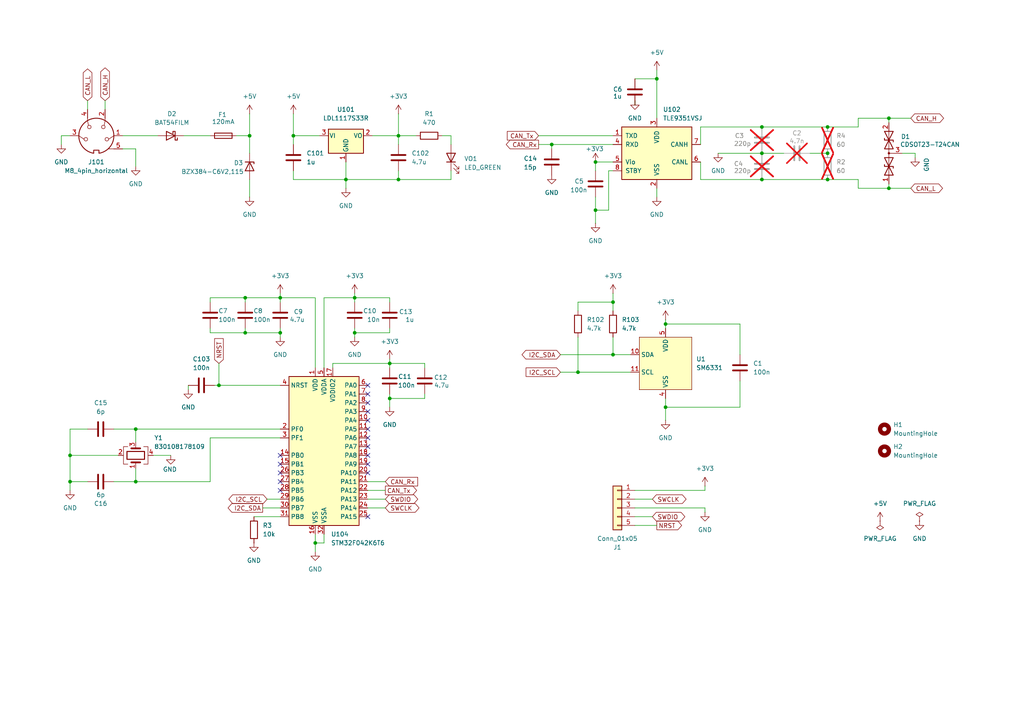
<source format=kicad_sch>
(kicad_sch (version 20231120) (generator "eeschema") (generator_version "8.0")
  (paper "A4")
  (lib_symbols
    (symbol "ASS_parts:SM6331"
      (property "Reference" "U" (at 0 1.27 0))
      (property "Value" "SM6331" (at 0 -1.27 0))
      (symbol "SM6331_0_0"
        (pin no_connect line (at 10.16 0 180) (length 2.54) hide (name "") (number "1"))
        (pin bidirectional line (at -10.16 2.54 0) (length 2.54) (name "SDA") (number "10"))
        (pin input line (at -10.16 -2.54 0) (length 2.54) (name "SCL") (number "11"))
        (pin no_connect line (at 10.16 0 180) (length 2.54) hide (name "") (number "12"))
        (pin no_connect line (at 10.16 0 180) (length 2.54) hide (name "") (number "13"))
        (pin no_connect line (at 10.16 0 180) (length 2.54) hide (name "") (number "14"))
        (pin no_connect line (at 10.16 0 180) (length 2.54) hide (name "") (number "15"))
        (pin no_connect line (at 10.16 0 180) (length 2.54) hide (name "") (number "16"))
        (pin no_connect line (at 10.16 0 180) (length 2.54) hide (name "") (number "2"))
        (pin no_connect line (at 10.16 0 180) (length 2.54) hide (name "") (number "3"))
        (pin power_in line (at 0 -10.16 90) (length 2.54) (name "VSS") (number "4"))
        (pin power_in line (at 0 10.16 270) (length 2.54) (name "VDD") (number "5"))
        (pin no_connect line (at 10.16 0 180) (length 2.54) hide (name "") (number "6"))
        (pin no_connect line (at 10.16 0 180) (length 2.54) hide (name "") (number "7"))
        (pin no_connect line (at 10.16 0 180) (length 2.54) hide (name "") (number "8"))
        (pin no_connect line (at 10.16 0 180) (length 2.54) hide (name "") (number "9"))
      )
      (symbol "SM6331_0_1"
        (rectangle (start -7.62 7.62) (end 7.62 -7.62) (fill (type background)))
      )
    )
    (symbol "Connector_Generic:Conn_01x05" (pin_names (offset 1.016) hide)
      (property "Reference" "J" (at 0 7.62 0))
      (property "Value" "Conn_01x05" (at 0 -7.62 0))
      (symbol "Conn_01x05_1_1"
        (rectangle (start -1.27 -4.953) (end 0 -5.207) (stroke (width 0.1524)))
        (rectangle (start -1.27 -2.413) (end 0 -2.667) (stroke (width 0.1524)))
        (rectangle (start -1.27 0.127) (end 0 -0.127) (stroke (width 0.1524)))
        (rectangle (start -1.27 2.667) (end 0 2.413) (stroke (width 0.1524)))
        (rectangle (start -1.27 5.207) (end 0 4.953) (stroke (width 0.1524)))
        (rectangle (start -1.27 6.35) (end 1.27 -6.35) (stroke (width 0.254)) (fill (type background)))
        (pin passive line (at -5.08 5.08 0) (length 3.81) (name "Pin_1") (number "1"))
        (pin passive line (at -5.08 2.54 0) (length 3.81) (name "Pin_2") (number "2"))
        (pin passive line (at -5.08 0 0) (length 3.81) (name "Pin_3") (number "3"))
        (pin passive line (at -5.08 -2.54 0) (length 3.81) (name "Pin_4") (number "4"))
        (pin passive line (at -5.08 -5.08 0) (length 3.81) (name "Pin_5") (number "5"))
      )
    )
    (symbol "Device:C" (pin_numbers hide) (pin_names (offset 0.254))
      (property "Reference" "C" (at 0.635 2.54 0))
      (property "Value" "C" (at 0.635 -2.54 0))
      (symbol "C_0_1"
        (polyline (pts (xy -2.032 -0.762) (xy 2.032 -0.762)) (stroke (width 0.508)))
        (polyline (pts (xy -2.032 0.762) (xy 2.032 0.762)) (stroke (width 0.508)))
      )
      (symbol "C_1_1"
        (pin passive line (at 0 3.81 270) (length 2.794) (name "~") (number "1"))
        (pin passive line (at 0 -3.81 90) (length 2.794) (name "~") (number "2"))
      )
    )
    (symbol "Device:D_Schottky" (pin_numbers hide) (pin_names (offset 1.016) hide)
      (property "Reference" "D" (at 0 2.54 0))
      (property "Value" "D_Schottky" (at 0 -2.54 0))
      (symbol "D_Schottky_0_1"
        (polyline (pts (xy 1.27 0) (xy -1.27 0)))
        (polyline (pts (xy 1.27 1.27) (xy 1.27 -1.27) (xy -1.27 0) (xy 1.27 1.27)) (stroke (width 0.254)))
        (polyline (pts (xy -1.905 0.635) (xy -1.905 1.27) (xy -1.27 1.27) (xy -1.27 -1.27) (xy -0.635 -1.27) (xy -0.635 -0.635)) (stroke (width 0.254)))
      )
      (symbol "D_Schottky_1_1"
        (pin passive line (at -3.81 0 0) (length 2.54) (name "K") (number "1"))
        (pin passive line (at 3.81 0 180) (length 2.54) (name "A") (number "2"))
      )
    )
    (symbol "Device:D_TVS_Dual_AAC" (pin_names (offset 1.016) hide)
      (property "Reference" "D" (at 0 4.445 0))
      (property "Value" "D_TVS_Dual_AAC" (at 0 2.54 0))
      (symbol "D_TVS_Dual_AAC_0_0"
        (polyline (pts (xy 0 -1.27) (xy 0 0)))
      )
      (symbol "D_TVS_Dual_AAC_0_1"
        (polyline (pts (xy -6.35 0) (xy 6.35 0)))
        (polyline (pts (xy -3.302 1.27) (xy -3.81 1.27) (xy -3.81 -1.27) (xy -4.318 -1.27)) (stroke (width 0.254)))
        (polyline (pts (xy 4.318 1.27) (xy 3.81 1.27) (xy 3.81 -1.27) (xy 3.302 -1.27)) (stroke (width 0.254)))
        (polyline (pts (xy -6.35 1.27) (xy -1.27 -1.27) (xy -1.27 1.27) (xy -6.35 -1.27) (xy -6.35 1.27)) (stroke (width 0.254)))
        (polyline (pts (xy 6.35 1.27) (xy 1.27 -1.27) (xy 1.27 1.27) (xy 6.35 -1.27) (xy 6.35 1.27)) (stroke (width 0.254)))
        (circle (center 0 0) (radius 0.254) (fill (type outline)))
      )
      (symbol "D_TVS_Dual_AAC_1_1"
        (pin passive line (at -8.89 0 0) (length 2.54) (name "A1") (number "1"))
        (pin passive line (at 8.89 0 180) (length 2.54) (name "A2") (number "2"))
        (pin passive line (at 0 -3.81 90) (length 2.54) (name "common") (number "3"))
      )
    )
    (symbol "Device:D_Zener" (pin_numbers hide) (pin_names (offset 1.016) hide)
      (property "Reference" "D" (at 0 2.54 0))
      (property "Value" "D_Zener" (at 0 -2.54 0))
      (symbol "D_Zener_0_1"
        (polyline (pts (xy 1.27 0) (xy -1.27 0)))
        (polyline (pts (xy -1.27 -1.27) (xy -1.27 1.27) (xy -0.762 1.27)) (stroke (width 0.254)))
        (polyline (pts (xy 1.27 -1.27) (xy 1.27 1.27) (xy -1.27 0) (xy 1.27 -1.27)) (stroke (width 0.254)))
      )
      (symbol "D_Zener_1_1"
        (pin passive line (at -3.81 0 0) (length 2.54) (name "K") (number "1"))
        (pin passive line (at 3.81 0 180) (length 2.54) (name "A") (number "2"))
      )
    )
    (symbol "Device:Fuse" (pin_numbers hide) (pin_names (offset 0))
      (property "Reference" "F" (at 2.032 0 90))
      (property "Value" "Fuse" (at -1.905 0 90))
      (symbol "Fuse_0_1"
        (rectangle (start -0.762 -2.54) (end 0.762 2.54) (stroke (width 0.254)))
        (polyline (pts (xy 0 2.54) (xy 0 -2.54)))
      )
      (symbol "Fuse_1_1"
        (pin passive line (at 0 3.81 270) (length 1.27) (name "~") (number "1"))
        (pin passive line (at 0 -3.81 90) (length 1.27) (name "~") (number "2"))
      )
    )
    (symbol "Device:LED" (pin_numbers hide) (pin_names (offset 1.016) hide)
      (property "Reference" "D" (at 0 2.54 0))
      (property "Value" "LED" (at 0 -2.54 0))
      (symbol "LED_0_1"
        (polyline (pts (xy -1.27 -1.27) (xy -1.27 1.27)) (stroke (width 0.254)))
        (polyline (pts (xy -1.27 0) (xy 1.27 0)))
        (polyline (pts (xy 1.27 -1.27) (xy 1.27 1.27) (xy -1.27 0) (xy 1.27 -1.27)) (stroke (width 0.254)))
        (polyline (pts (xy -3.048 -0.762) (xy -4.572 -2.286) (xy -3.81 -2.286) (xy -4.572 -2.286) (xy -4.572 -1.524)))
        (polyline (pts (xy -1.778 -0.762) (xy -3.302 -2.286) (xy -2.54 -2.286) (xy -3.302 -2.286) (xy -3.302 -1.524)))
      )
      (symbol "LED_1_1"
        (pin passive line (at -3.81 0 0) (length 2.54) (name "K") (number "1"))
        (pin passive line (at 3.81 0 180) (length 2.54) (name "A") (number "2"))
      )
    )
    (symbol "Device:R" (pin_numbers hide) (pin_names (offset 0))
      (property "Reference" "R" (at 2.032 0 90))
      (property "Value" "R" (at 0 0 90))
      (symbol "R_0_1"
        (rectangle (start -1.016 -2.54) (end 1.016 2.54) (stroke (width 0.254)))
      )
      (symbol "R_1_1"
        (pin passive line (at 0 3.81 270) (length 1.27) (name "~") (number "1"))
        (pin passive line (at 0 -3.81 90) (length 1.27) (name "~") (number "2"))
      )
    )
    (symbol "FaSTTUBe_Crystals:830108178109" (pin_names (offset 1.016) hide)
      (property "Reference" "Y" (at 3.175 5.08 0))
      (property "Value" "830108178109" (at 3.175 3.175 0))
      (symbol "830108178109_0_1"
        (rectangle (start -1.143 2.54) (end 1.143 -2.54) (stroke (width 0.3048)))
        (polyline (pts (xy -2.54 0) (xy -2.032 0)))
        (polyline (pts (xy -2.032 -1.27) (xy -2.032 1.27)) (stroke (width 0.508)))
        (polyline (pts (xy 0 -3.81) (xy 0 -3.556)))
        (polyline (pts (xy 0 3.556) (xy 0 3.81)))
        (polyline (pts (xy 2.032 -1.27) (xy 2.032 1.27)) (stroke (width 0.508)))
        (polyline (pts (xy 2.032 0) (xy 2.54 0)))
        (polyline (pts (xy -2.54 -2.286) (xy -2.54 -3.556) (xy 2.54 -3.556) (xy 2.54 -2.286)))
        (polyline (pts (xy -2.54 2.286) (xy -2.54 3.556) (xy 2.54 3.556) (xy 2.54 2.286)))
      )
      (symbol "830108178109_1_1"
        (pin passive line (at -3.81 0 0) (length 1.27) (name "1") (number "1"))
        (pin passive line (at 0 5.08 270) (length 1.27) (name "2") (number "2"))
        (pin passive line (at 3.81 0 180) (length 1.27) (name "3") (number "3"))
        (pin passive line (at 0 -5.08 90) (length 1.27) (name "4") (number "4"))
      )
    )
    (symbol "FaSTTUBe_Transceivers:TLE9351VSJ" (pin_names (offset 1.016))
      (property "Reference" "U" (at -10.16 8.89 0))
      (property "Value" "TLE9351VSJ" (at 2.54 8.89 0))
      (symbol "TLE9351VSJ_0_1"
        (rectangle (start -10.16 7.62) (end 10.16 -7.62) (stroke (width 0.254)) (fill (type background)))
      )
      (symbol "TLE9351VSJ_1_1"
        (pin input line (at -12.7 5.08 0) (length 2.54) (name "TXD") (number "1"))
        (pin power_in line (at 0 -10.16 90) (length 2.54) (name "VSS") (number "2"))
        (pin power_in line (at 0 10.16 270) (length 2.54) (name "VDD") (number "3"))
        (pin output line (at -12.7 2.54 0) (length 2.54) (name "RXD") (number "4"))
        (pin power_in line (at -12.7 -2.54 0) (length 2.54) (name "Vio") (number "5"))
        (pin bidirectional line (at 12.7 -2.54 180) (length 2.54) (name "CANL") (number "6"))
        (pin bidirectional line (at 12.7 2.54 180) (length 2.54) (name "CANH") (number "7"))
        (pin input line (at -12.7 -5.08 0) (length 2.54) (name "STBY") (number "8"))
      )
    )
    (symbol "FaSTTUBe_connectors:M8_4pin_horizontal" (pin_names (offset 1.016))
      (property "Reference" "J" (at 5.334 5.08 0))
      (property "Value" "M8_4pin_horizontal" (at 0 -6.35 0))
      (symbol "M8_4pin_horizontal_0_1"
        (arc (start -5.08 0) (mid -3.8597 -3.3379) (end -0.762 -5.08) (stroke (width 0.254)))
        (circle (center -3.048 -1.016) (radius 0.508))
        (circle (center -2.032 2.54) (radius 0.508))
        (polyline (pts (xy -3.556 -1.016) (xy -5.08 0)))
        (polyline (pts (xy 3.81 -3.81) (xy 3.556 -3.81)))
        (polyline (pts (xy 5.08 -3.81) (xy 3.81 -3.81)))
        (polyline (pts (xy 5.08 0) (xy 3.556 -1.016)))
        (polyline (pts (xy -2.54 5.08) (xy -2.54 4.318) (xy -2.286 3.048)))
        (polyline (pts (xy 2.54 5.08) (xy 2.54 4.318) (xy 2.286 3.048)))
        (polyline (pts (xy -0.762 -4.953) (xy -0.762 -4.191) (xy 0.762 -4.191) (xy 0.762 -4.953)) (stroke (width 0.254)))
        (arc (start 0.762 -5.08) (mid 3.8673 -3.3444) (end 5.08 0) (stroke (width 0.254)))
        (circle (center 2.032 2.54) (radius 0.508))
        (circle (center 3.048 -1.016) (radius 0.508))
        (arc (start 5.08 0) (mid 0 5.0579) (end -5.08 0) (stroke (width 0.254)))
      )
      (symbol "M8_4pin_horizontal_1_1"
        (pin passive line (at 7.62 0 180) (length 2.54) (name "~") (number "1"))
        (pin passive line (at 2.54 7.62 270) (length 2.54) (name "~") (number "2"))
        (pin passive line (at -7.62 0 0) (length 2.54) (name "~") (number "3"))
        (pin passive line (at -2.54 7.62 270) (length 2.54) (name "~") (number "4"))
        (pin passive line (at 7.62 -3.81 180) (length 2.54) (name "~") (number "5"))
      )
    )
    (symbol "GND_1" (power) (pin_numbers hide) (pin_names (offset 0) hide)
      (property "Value" "GND" (at 0 -3.81 0))
      (symbol "GND_1_0_1"
        (polyline (pts (xy 0 0) (xy 0 -1.27) (xy 1.27 -1.27) (xy 0 -2.54) (xy -1.27 -1.27) (xy 0 -1.27)))
      )
      (symbol "GND_1_1_1"
        (pin power_in line (at 0 0 270) (length 0) (name "~") (number "1"))
      )
    )
    (symbol "MCU_ST_STM32F0:STM32F042K6Tx"
      (property "Reference" "U" (at -10.16 21.59 0))
      (property "Value" "STM32F042K6Tx" (at 5.08 21.59 0))
      (symbol "STM32F042K6Tx_0_1"
        (rectangle (start -10.16 -22.86) (end 10.16 20.32) (stroke (width 0.254)) (fill (type background)))
      )
      (symbol "STM32F042K6Tx_1_1"
        (pin power_in line (at -2.54 22.86 270) (length 2.54) (name "VDD") (number "1"))
        (pin bidirectional line (at 12.7 7.62 180) (length 2.54) (name "PA4") (number "10"))
        (pin bidirectional line (at 12.7 5.08 180) (length 2.54) (name "PA5") (number "11"))
        (pin bidirectional line (at 12.7 2.54 180) (length 2.54) (name "PA6") (number "12"))
        (pin bidirectional line (at 12.7 0 180) (length 2.54) (name "PA7") (number "13"))
        (pin bidirectional line (at -12.7 -2.54 0) (length 2.54) (name "PB0") (number "14"))
        (pin bidirectional line (at -12.7 -5.08 0) (length 2.54) (name "PB1") (number "15"))
        (pin power_in line (at -2.54 -25.4 90) (length 2.54) (name "VSS") (number "16"))
        (pin power_in line (at 2.54 22.86 270) (length 2.54) (name "VDDIO2") (number "17"))
        (pin bidirectional line (at 12.7 -2.54 180) (length 2.54) (name "PA8") (number "18"))
        (pin bidirectional line (at 12.7 -5.08 180) (length 2.54) (name "PA9") (number "19"))
        (pin input line (at -12.7 5.08 0) (length 2.54) (name "PF0") (number "2"))
        (pin bidirectional line (at 12.7 -7.62 180) (length 2.54) (name "PA10") (number "20"))
        (pin bidirectional line (at 12.7 -10.16 180) (length 2.54) (name "PA11") (number "21"))
        (pin bidirectional line (at 12.7 -12.7 180) (length 2.54) (name "PA12") (number "22"))
        (pin bidirectional line (at 12.7 -15.24 180) (length 2.54) (name "PA13") (number "23"))
        (pin bidirectional line (at 12.7 -17.78 180) (length 2.54) (name "PA14") (number "24"))
        (pin bidirectional line (at 12.7 -20.32 180) (length 2.54) (name "PA15") (number "25"))
        (pin bidirectional line (at -12.7 -7.62 0) (length 2.54) (name "PB3") (number "26"))
        (pin bidirectional line (at -12.7 -10.16 0) (length 2.54) (name "PB4") (number "27"))
        (pin bidirectional line (at -12.7 -12.7 0) (length 2.54) (name "PB5") (number "28"))
        (pin bidirectional line (at -12.7 -15.24 0) (length 2.54) (name "PB6") (number "29"))
        (pin input line (at -12.7 2.54 0) (length 2.54) (name "PF1") (number "3"))
        (pin bidirectional line (at -12.7 -17.78 0) (length 2.54) (name "PB7") (number "30"))
        (pin bidirectional line (at -12.7 -20.32 0) (length 2.54) (name "PB8") (number "31"))
        (pin power_in line (at 0 -25.4 90) (length 2.54) (name "VSSA") (number "32"))
        (pin input line (at -12.7 17.78 0) (length 2.54) (name "NRST") (number "4"))
        (pin power_in line (at 0 22.86 270) (length 2.54) (name "VDDA") (number "5"))
        (pin bidirectional line (at 12.7 17.78 180) (length 2.54) (name "PA0") (number "6"))
        (pin bidirectional line (at 12.7 15.24 180) (length 2.54) (name "PA1") (number "7"))
        (pin bidirectional line (at 12.7 12.7 180) (length 2.54) (name "PA2") (number "8"))
        (pin bidirectional line (at 12.7 10.16 180) (length 2.54) (name "PA3") (number "9"))
      )
    )
    (symbol "Mechanical:MountingHole" (pin_names (offset 1.016)) (exclude_from_sim yes) (in_bom no)
      (property "Reference" "H" (at 0 5.08 0))
      (property "Value" "MountingHole" (at 0 3.175 0))
      (symbol "MountingHole_0_1"
        (circle (center 0 0) (radius 1.27) (stroke (width 1.27)))
      )
    )
    (symbol "Regulator_Linear:AP1117-33" (pin_names (offset 0.254))
      (property "Reference" "U" (at -3.81 3.175 0))
      (property "Value" "AP1117-33" (at 0 3.175 0))
      (symbol "AP1117-33_0_1"
        (rectangle (start -5.08 -5.08) (end 5.08 1.905) (stroke (width 0.254)) (fill (type background)))
      )
      (symbol "AP1117-33_1_1"
        (pin power_in line (at 0 -7.62 90) (length 2.54) (name "GND") (number "1"))
        (pin power_out line (at 7.62 0 180) (length 2.54) (name "VO") (number "2"))
        (pin power_in line (at -7.62 0 0) (length 2.54) (name "VI") (number "3"))
      )
    )
    (symbol "power:+3V3" (power) (pin_numbers hide) (pin_names (offset 0) hide)
      (property "Value" "+3V3" (at 0 3.556 0))
      (symbol "+3V3_0_1"
        (polyline (pts (xy -0.762 1.27) (xy 0 2.54)))
        (polyline (pts (xy 0 0) (xy 0 2.54)))
        (polyline (pts (xy 0 2.54) (xy 0.762 1.27)))
      )
      (symbol "+3V3_1_1"
        (pin power_in line (at 0 0 90) (length 0) (name "~") (number "1"))
      )
    )
    (symbol "power:+5V" (power) (pin_numbers hide) (pin_names (offset 0) hide)
      (property "Value" "+5V" (at 0 3.556 0))
      (symbol "+5V_0_1"
        (polyline (pts (xy -0.762 1.27) (xy 0 2.54)))
        (polyline (pts (xy 0 0) (xy 0 2.54)))
        (polyline (pts (xy 0 2.54) (xy 0.762 1.27)))
      )
      (symbol "+5V_1_1"
        (pin power_in line (at 0 0 90) (length 0) (name "~") (number "1"))
      )
    )
    (symbol "power:GND" (power) (pin_names (offset 0))
      (property "Value" "GND" (at 0 -3.81 0))
      (symbol "GND_0_1"
        (polyline (pts (xy 0 0) (xy 0 -1.27) (xy 1.27 -1.27) (xy 0 -2.54) (xy -1.27 -1.27) (xy 0 -1.27)))
      )
      (symbol "GND_1_1"
        (pin power_in line (at 0 0 270) (length 0) hide (name "GND") (number "1"))
      )
    )
    (symbol "power:PWR_FLAG" (power) (pin_numbers hide) (pin_names (offset 0) hide)
      (property "Value" "PWR_FLAG" (at 0 3.81 0))
      (symbol "PWR_FLAG_0_0"
        (pin power_out line (at 0 0 90) (length 0) (name "~") (number "1"))
      )
      (symbol "PWR_FLAG_0_1"
        (polyline (pts (xy 0 0) (xy 0 1.27) (xy -1.016 1.905) (xy 0 2.54) (xy 1.016 1.905) (xy 0 1.27)))
      )
    )
  )
  (junction (at 115.57 52.07))
  (junction (at 240.03 44.45))
  (junction (at 220.98 36.83))
  (junction (at 257.81 54.61))
  (junction (at 167.64 107.95))
  (junction (at 113.03 115.57))
  (junction (at 102.87 86.36))
  (junction (at 20.32 139.7))
  (junction (at 71.12 86.36))
  (junction (at 172.72 46.99))
  (junction (at 257.81 34.29))
  (junction (at 177.8 87.63))
  (junction (at 81.28 86.36))
  (junction (at 71.12 96.52))
  (junction (at 63.5 111.76))
  (junction (at 102.87 96.52))
  (junction (at 172.72 60.96))
  (junction (at 85.09 39.37))
  (junction (at 160.02 41.91))
  (junction (at 115.57 39.37))
  (junction (at 113.03 105.41))
  (junction (at 193.04 118.11))
  (junction (at 20.32 132.08))
  (junction (at 72.39 39.37))
  (junction (at 39.37 139.7))
  (junction (at 81.28 96.52))
  (junction (at 240.03 52.07))
  (junction (at 100.33 52.07))
  (junction (at 193.04 93.98))
  (junction (at 177.8 102.87))
  (junction (at 190.5 22.86))
  (junction (at 220.98 52.07))
  (junction (at 220.98 44.45))
  (junction (at 91.44 157.48))
  (junction (at 39.37 124.46))
  (junction (at 240.03 36.83))
  (no_connect (at 106.68 132.08))
  (no_connect (at 106.68 149.86))
  (no_connect (at 106.68 134.62))
  (no_connect (at 106.68 137.16))
  (no_connect (at 106.68 111.76))
  (no_connect (at 106.68 114.3))
  (no_connect (at 106.68 116.84))
  (no_connect (at 106.68 119.38))
  (no_connect (at 106.68 121.92))
  (no_connect (at 106.68 124.46))
  (no_connect (at 106.68 127))
  (no_connect (at 106.68 129.54))
  (no_connect (at 81.28 132.08))
  (no_connect (at 81.28 134.62))
  (no_connect (at 81.28 137.16))
  (no_connect (at 81.28 139.7))
  (no_connect (at 81.28 142.24))
  (wire (pts (xy 107.95 39.37) (xy 115.57 39.37)))
  (wire (pts (xy 167.64 90.17) (xy 167.64 87.63)))
  (wire (pts (xy 102.87 86.36) (xy 113.03 86.36)))
  (wire (pts (xy 33.02 124.46) (xy 39.37 124.46)))
  (wire (pts (xy 100.33 52.07) (xy 115.57 52.07)))
  (wire (pts (xy 96.52 105.41) (xy 96.52 106.68)))
  (wire (pts (xy 72.39 39.37) (xy 72.39 44.45)))
  (wire (pts (xy 184.15 22.86) (xy 190.5 22.86)))
  (wire (pts (xy 106.68 144.78) (xy 111.76 144.78)))
  (wire (pts (xy 203.2 36.83) (xy 203.2 41.91)))
  (wire (pts (xy 60.96 86.36) (xy 71.12 86.36)))
  (wire (pts (xy 102.87 85.09) (xy 102.87 86.36)))
  (wire (pts (xy 39.37 124.46) (xy 39.37 128.27)))
  (wire (pts (xy 172.72 46.99) (xy 177.8 46.99)))
  (wire (pts (xy 162.56 107.95) (xy 167.64 107.95)))
  (wire (pts (xy 257.81 53.34) (xy 257.81 54.61)))
  (wire (pts (xy 25.4 29.21) (xy 25.4 31.75)))
  (wire (pts (xy 208.28 44.45) (xy 220.98 44.45)))
  (wire (pts (xy 33.02 139.7) (xy 39.37 139.7)))
  (wire (pts (xy 76.2 147.32) (xy 81.28 147.32)))
  (wire (pts (xy 106.68 142.24) (xy 111.76 142.24)))
  (wire (pts (xy 20.32 132.08) (xy 34.29 132.08)))
  (wire (pts (xy 91.44 157.48) (xy 91.44 160.02)))
  (wire (pts (xy 257.81 34.29) (xy 264.16 34.29)))
  (wire (pts (xy 35.56 39.37) (xy 45.72 39.37)))
  (wire (pts (xy 265.43 45.72) (xy 265.43 44.45)))
  (wire (pts (xy 167.64 87.63) (xy 177.8 87.63)))
  (wire (pts (xy 123.19 105.41) (xy 123.19 106.68)))
  (wire (pts (xy 265.43 44.45) (xy 261.62 44.45)))
  (wire (pts (xy 81.28 86.36) (xy 91.44 86.36)))
  (wire (pts (xy 204.47 147.32) (xy 204.47 148.59)))
  (wire (pts (xy 71.12 86.36) (xy 71.12 87.63)))
  (wire (pts (xy 102.87 97.79) (xy 102.87 96.52)))
  (wire (pts (xy 81.28 86.36) (xy 81.28 87.63)))
  (wire (pts (xy 102.87 86.36) (xy 102.87 87.63)))
  (wire (pts (xy 240.03 36.83) (xy 248.92 36.83)))
  (wire (pts (xy 91.44 86.36) (xy 91.44 106.68)))
  (wire (pts (xy 128.27 39.37) (xy 130.81 39.37)))
  (wire (pts (xy 85.09 52.07) (xy 100.33 52.07)))
  (wire (pts (xy 184.15 149.86) (xy 189.23 149.86)))
  (wire (pts (xy 39.37 124.46) (xy 81.28 124.46)))
  (wire (pts (xy 60.96 127) (xy 60.96 139.7)))
  (wire (pts (xy 172.72 49.53) (xy 172.72 46.99)))
  (wire (pts (xy 85.09 49.53) (xy 85.09 52.07)))
  (wire (pts (xy 248.92 34.29) (xy 257.81 34.29)))
  (wire (pts (xy 113.03 96.52) (xy 113.03 95.25)))
  (wire (pts (xy 25.4 124.46) (xy 20.32 124.46)))
  (wire (pts (xy 234.95 44.45) (xy 240.03 44.45)))
  (wire (pts (xy 203.2 36.83) (xy 220.98 36.83)))
  (wire (pts (xy 85.09 39.37) (xy 85.09 41.91)))
  (wire (pts (xy 115.57 52.07) (xy 130.81 52.07)))
  (wire (pts (xy 184.15 147.32) (xy 204.47 147.32)))
  (wire (pts (xy 123.19 115.57) (xy 123.19 114.3)))
  (wire (pts (xy 220.98 52.07) (xy 240.03 52.07)))
  (wire (pts (xy 177.8 87.63) (xy 177.8 90.17)))
  (wire (pts (xy 20.32 132.08) (xy 20.32 139.7)))
  (wire (pts (xy 77.47 144.78) (xy 81.28 144.78)))
  (wire (pts (xy 113.03 105.41) (xy 113.03 106.68)))
  (wire (pts (xy 184.15 142.24) (xy 204.47 142.24)))
  (wire (pts (xy 106.68 147.32) (xy 111.76 147.32)))
  (wire (pts (xy 115.57 39.37) (xy 120.65 39.37)))
  (wire (pts (xy 184.15 152.4) (xy 190.5 152.4)))
  (wire (pts (xy 91.44 154.94) (xy 91.44 157.48)))
  (wire (pts (xy 193.04 92.71) (xy 193.04 93.98)))
  (wire (pts (xy 130.81 52.07) (xy 130.81 49.53)))
  (wire (pts (xy 72.39 57.15) (xy 72.39 52.07)))
  (wire (pts (xy 115.57 52.07) (xy 115.57 49.53)))
  (wire (pts (xy 176.53 49.53) (xy 176.53 60.96)))
  (wire (pts (xy 73.66 149.86) (xy 81.28 149.86)))
  (wire (pts (xy 172.72 60.96) (xy 176.53 60.96)))
  (wire (pts (xy 248.92 54.61) (xy 248.92 52.07)))
  (wire (pts (xy 60.96 96.52) (xy 71.12 96.52)))
  (wire (pts (xy 39.37 139.7) (xy 60.96 139.7)))
  (wire (pts (xy 257.81 34.29) (xy 257.81 35.56)))
  (wire (pts (xy 184.15 29.21) (xy 184.15 30.48)))
  (wire (pts (xy 177.8 97.79) (xy 177.8 102.87)))
  (wire (pts (xy 113.03 115.57) (xy 113.03 114.3)))
  (wire (pts (xy 160.02 43.18) (xy 160.02 41.91)))
  (wire (pts (xy 156.21 41.91) (xy 160.02 41.91)))
  (wire (pts (xy 91.44 157.48) (xy 93.98 157.48)))
  (wire (pts (xy 214.63 93.98) (xy 193.04 93.98)))
  (wire (pts (xy 240.03 52.07) (xy 248.92 52.07)))
  (wire (pts (xy 203.2 46.99) (xy 203.2 52.07)))
  (wire (pts (xy 190.5 54.61) (xy 190.5 57.15)))
  (wire (pts (xy 214.63 93.98) (xy 214.63 102.87)))
  (wire (pts (xy 60.96 86.36) (xy 60.96 87.63)))
  (wire (pts (xy 190.5 20.32) (xy 190.5 22.86)))
  (wire (pts (xy 30.48 29.21) (xy 30.48 31.75)))
  (wire (pts (xy 85.09 39.37) (xy 92.71 39.37)))
  (wire (pts (xy 193.04 118.11) (xy 214.63 118.11)))
  (wire (pts (xy 60.96 96.52) (xy 60.96 95.25)))
  (wire (pts (xy 20.32 139.7) (xy 20.32 142.24)))
  (wire (pts (xy 113.03 118.11) (xy 113.03 115.57)))
  (wire (pts (xy 162.56 102.87) (xy 177.8 102.87)))
  (wire (pts (xy 20.32 124.46) (xy 20.32 132.08)))
  (wire (pts (xy 68.58 39.37) (xy 72.39 39.37)))
  (wire (pts (xy 130.81 39.37) (xy 130.81 41.91)))
  (wire (pts (xy 115.57 41.91) (xy 115.57 39.37)))
  (wire (pts (xy 71.12 86.36) (xy 81.28 86.36)))
  (wire (pts (xy 106.68 139.7) (xy 111.76 139.7)))
  (wire (pts (xy 172.72 57.15) (xy 172.72 60.96)))
  (wire (pts (xy 184.15 144.78) (xy 189.23 144.78)))
  (wire (pts (xy 113.03 86.36) (xy 113.03 87.63)))
  (wire (pts (xy 190.5 22.86) (xy 190.5 34.29)))
  (wire (pts (xy 71.12 96.52) (xy 81.28 96.52)))
  (wire (pts (xy 214.63 118.11) (xy 214.63 110.49)))
  (wire (pts (xy 257.81 54.61) (xy 264.16 54.61)))
  (wire (pts (xy 81.28 85.09) (xy 81.28 86.36)))
  (wire (pts (xy 156.21 39.37) (xy 177.8 39.37)))
  (wire (pts (xy 39.37 135.89) (xy 39.37 139.7)))
  (wire (pts (xy 177.8 102.87) (xy 182.88 102.87)))
  (wire (pts (xy 177.8 85.09) (xy 177.8 87.63)))
  (wire (pts (xy 17.78 39.37) (xy 20.32 39.37)))
  (wire (pts (xy 220.98 44.45) (xy 227.33 44.45)))
  (wire (pts (xy 54.61 111.76) (xy 54.61 113.03)))
  (wire (pts (xy 203.2 52.07) (xy 220.98 52.07)))
  (wire (pts (xy 176.53 49.53) (xy 177.8 49.53)))
  (wire (pts (xy 60.96 127) (xy 81.28 127)))
  (wire (pts (xy 167.64 107.95) (xy 167.64 97.79)))
  (wire (pts (xy 96.52 105.41) (xy 113.03 105.41)))
  (wire (pts (xy 63.5 105.41) (xy 63.5 111.76)))
  (wire (pts (xy 193.04 115.57) (xy 193.04 118.11)))
  (wire (pts (xy 63.5 111.76) (xy 81.28 111.76)))
  (wire (pts (xy 248.92 34.29) (xy 248.92 36.83)))
  (wire (pts (xy 115.57 33.02) (xy 115.57 39.37)))
  (wire (pts (xy 71.12 96.52) (xy 71.12 95.25)))
  (wire (pts (xy 17.78 41.91) (xy 17.78 39.37)))
  (wire (pts (xy 113.03 105.41) (xy 123.19 105.41)))
  (wire (pts (xy 39.37 48.26) (xy 39.37 43.18)))
  (wire (pts (xy 85.09 33.02) (xy 85.09 39.37)))
  (wire (pts (xy 93.98 157.48) (xy 93.98 154.94)))
  (wire (pts (xy 53.34 39.37) (xy 60.96 39.37)))
  (wire (pts (xy 102.87 96.52) (xy 113.03 96.52)))
  (wire (pts (xy 81.28 97.79) (xy 81.28 96.52)))
  (wire (pts (xy 113.03 104.14) (xy 113.03 105.41)))
  (wire (pts (xy 93.98 86.36) (xy 102.87 86.36)))
  (wire (pts (xy 193.04 93.98) (xy 193.04 95.25)))
  (wire (pts (xy 102.87 96.52) (xy 102.87 95.25)))
  (wire (pts (xy 44.45 132.08) (xy 49.53 132.08)))
  (wire (pts (xy 113.03 115.57) (xy 123.19 115.57)))
  (wire (pts (xy 204.47 142.24) (xy 204.47 140.97)))
  (wire (pts (xy 248.92 54.61) (xy 257.81 54.61)))
  (wire (pts (xy 182.88 107.95) (xy 167.64 107.95)))
  (wire (pts (xy 100.33 46.99) (xy 100.33 52.07)))
  (wire (pts (xy 72.39 33.02) (xy 72.39 39.37)))
  (wire (pts (xy 39.37 43.18) (xy 35.56 43.18)))
  (wire (pts (xy 100.33 52.07) (xy 100.33 54.61)))
  (wire (pts (xy 81.28 96.52) (xy 81.28 95.25)))
  (wire (pts (xy 193.04 118.11) (xy 193.04 121.92)))
  (wire (pts (xy 220.98 36.83) (xy 240.03 36.83)))
  (wire (pts (xy 93.98 86.36) (xy 93.98 106.68)))
  (wire (pts (xy 172.72 60.96) (xy 172.72 64.77)))
  (wire (pts (xy 20.32 139.7) (xy 25.4 139.7)))
  (wire (pts (xy 160.02 41.91) (xy 177.8 41.91)))
  (wire (pts (xy 62.23 111.76) (xy 63.5 111.76)))
  (global_label "CAN_Rx" (shape output) (at 156.21 41.91 180) (property "Intersheetrefs" "${INTERSHEET_REFS}" (effects (hide yes))))
  (global_label "SWCLK" (shape bidirectional) (at 189.23 144.78 0) (property "Intersheetrefs" "${INTERSHEET_REFS}" (effects (hide yes))))
  (global_label "NRST" (shape input) (at 63.5 105.41 90) (property "Intersheetrefs" "${INTERSHEET_REFS}" (effects (hide yes))))
  (global_label "SWDIO" (shape bidirectional) (at 111.76 144.78 0) (property "Intersheetrefs" "${INTERSHEET_REFS}" (effects (hide yes))))
  (global_label "CAN_L" (shape bidirectional) (at 264.16 54.61 0) (property "Intersheetrefs" "${INTERSHEET_REFS}" (effects (hide yes))))
  (global_label "NRST" (shape output) (at 190.5 152.4 0) (property "Intersheetrefs" "${INTERSHEET_REFS}" (effects (hide yes))))
  (global_label "CAN_Tx" (shape input) (at 156.21 39.37 180) (property "Intersheetrefs" "${INTERSHEET_REFS}" (effects (hide yes))))
  (global_label "SWCLK" (shape bidirectional) (at 111.76 147.32 0) (property "Intersheetrefs" "${INTERSHEET_REFS}" (effects (hide yes))))
  (global_label "SWDIO" (shape bidirectional) (at 189.23 149.86 0) (property "Intersheetrefs" "${INTERSHEET_REFS}" (effects (hide yes))))
  (global_label "CAN_H" (shape bidirectional) (at 30.48 29.21 90) (property "Intersheetrefs" "${INTERSHEET_REFS}" (effects (hide yes))))
  (global_label "I2C_SCL" (shape bidirectional) (at 77.47 144.78 180) (property "Intersheetrefs" "${INTERSHEET_REFS}" (effects (hide yes))))
  (global_label "CAN_Tx" (shape output) (at 111.76 142.24 0) (property "Intersheetrefs" "${INTERSHEET_REFS}" (effects (hide yes))))
  (global_label "CAN_L" (shape bidirectional) (at 25.4 29.21 90) (property "Intersheetrefs" "${INTERSHEET_REFS}" (effects (hide yes))))
  (global_label "I2C_SDA" (shape output) (at 76.2 147.32 180) (property "Intersheetrefs" "${INTERSHEET_REFS}" (effects (hide yes))))
  (global_label "CAN_H" (shape bidirectional) (at 264.16 34.29 0) (property "Intersheetrefs" "${INTERSHEET_REFS}" (effects (hide yes))))
  (global_label "CAN_Rx" (shape input) (at 111.76 139.7 0) (property "Intersheetrefs" "${INTERSHEET_REFS}" (effects (hide yes))))
  (global_label "I2C_SDA" (shape bidirectional) (at 162.56 102.87 180) (property "Intersheetrefs" "${INTERSHEET_REFS}" (effects (hide yes))))
  (global_label "I2C_SCL" (shape input) (at 162.56 107.95 180) (property "Intersheetrefs" "${INTERSHEET_REFS}" (effects (hide yes))))
  (symbol (lib_id "Device:C") (at 220.98 48.26 180) (unit 1) (dnp yes)
    (property "Reference" "C4" (at 212.852 47.498 0) (effects (justify right)))
    (property "Value" "220p" (at 212.852 49.53 0) (effects (justify right)))
    (property "Footprint" "Capacitor_SMD:C_0603_1608Metric" (effects (hide yes)))
  )
  (symbol (lib_id "Device:C") (at 85.09 45.72 0) (unit 1)
    (property "Reference" "C101" (at 88.9 44.4499 0) (effects (justify left)))
    (property "Value" "1u" (at 88.9 46.9899 0) (effects (justify left)))
    (property "Footprint" "Capacitor_SMD:C_0603_1608Metric" (effects (hide yes)))
  )
  (symbol (lib_id "Mechanical:MountingHole") (at 256.54 124.46 0) (unit 1) (exclude_from_sim yes) (in_bom no)
    (property "Reference" "H1" (at 259.08 123.1899 0) (effects (justify left)))
    (property "Value" "MountingHole" (at 259.08 125.7299 0) (effects (justify left)))
    (property "Footprint" "MountingHole:MountingHole_3.2mm_M3_ISO7380" (effects (hide yes)))
    (property "Description" "Mounting Hole without connection" (effects (hide yes)))
  )
  (symbol (lib_name "GND_1") (lib_id "power:GND") (at 102.87 97.79 0) (unit 1)
    (property "Reference" "#PWR04" (effects (hide yes)))
    (property "Value" "GND" (at 102.87 102.87 0))
    (property "Description" "Power symbol creates a global label with name \"GND\" , ground" (effects (hide yes)))
  )
  (symbol (lib_id "Device:C") (at 29.21 139.7 270) (unit 1)
    (property "Reference" "C16" (at 29.21 146.05 90))
    (property "Value" "6p" (at 29.21 143.51 90))
    (property "Footprint" "Capacitor_SMD:C_0603_1608Metric" (effects (hide yes)))
    (property "LCSC" "C1549" (effects (hide yes)))
  )
  (symbol (lib_id "Device:R") (at 124.46 39.37 90) (unit 1)
    (property "Reference" "R1" (at 124.46 33.02 90))
    (property "Value" "470" (at 124.46 35.56 90))
    (property "Footprint" "Resistor_SMD:R_0603_1608Metric" (effects (hide yes)))
  )
  (symbol (lib_id "power:GND") (at 17.78 41.91 0) (unit 1)
    (property "Reference" "#PWR0105" (effects (hide yes)))
    (property "Value" "GND" (at 17.78 46.99 0))
  )
  (symbol (lib_name "GND_1") (lib_id "power:GND") (at 39.37 48.26 0) (unit 1)
    (property "Reference" "#PWR028" (effects (hide yes)))
    (property "Value" "GND" (at 39.37 53.34 0))
    (property "Description" "Power symbol creates a global label with name \"GND\" , ground" (effects (hide yes)))
  )
  (symbol (lib_id "Device:C") (at 172.72 53.34 0) (unit 1)
    (property "Reference" "C5" (at 166.624 52.578 0) (effects (justify left)))
    (property "Value" "100n" (at 165.354 55.118 0) (effects (justify left)))
    (property "Footprint" "Capacitor_SMD:C_0603_1608Metric" (effects (hide yes)))
  )
  (symbol (lib_id "FaSTTUBe_connectors:M8_4pin_horizontal") (at 27.94 39.37 0) (unit 1)
    (property "Reference" "J101" (at 27.9401 46.99 0))
    (property "Value" "M8_4pin_horizontal" (at 27.9401 49.53 0))
    (property "Footprint" "FaSTTUBe_connectors:M8_718_4pin_horizontal" (effects (hide yes)))
    (property "Datasheet" "https://www.binder-connector.com/de/produkte/automatisierungstechnik/m-8-sensorsteckverbinder/flanschdose-gewinkelt-von-vorn-verschraubbar-mit-schirmblech-tauchloeten#866618112100004" (effects (hide yes)))
  )
  (symbol (lib_id "Device:C") (at 231.14 44.45 90) (unit 1) (dnp yes)
    (property "Reference" "C2" (at 231.14 38.608 90))
    (property "Value" "4.7n" (at 231.14 40.894 90))
    (property "Footprint" "Capacitor_SMD:C_0603_1608Metric" (effects (hide yes)))
  )
  (symbol (lib_id "Mechanical:MountingHole") (at 256.54 130.81 0) (unit 1) (exclude_from_sim yes) (in_bom no)
    (property "Reference" "H2" (at 259.08 129.5399 0) (effects (justify left)))
    (property "Value" "MountingHole" (at 259.08 132.0799 0) (effects (justify left)))
    (property "Footprint" "MountingHole:MountingHole_3.2mm_M3_ISO7380" (effects (hide yes)))
    (property "Description" "Mounting Hole without connection" (effects (hide yes)))
  )
  (symbol (lib_id "ASS_parts:SM6331") (at 193.04 105.41 0) (unit 1)
    (property "Reference" "U1" (at 201.93 104.1399 0) (effects (justify left)))
    (property "Value" "SM6331" (at 201.93 106.6799 0) (effects (justify left)))
    (property "Footprint" "ASS_parts:SM6000_SOIC-16" (effects (hide yes)))
    (property "Datasheet" "https://www.te.com/commerce/DocumentDelivery/DDEController?Action=showdoc&DocId=Data+Sheet%7FSM7000SM6000SM5000%7FA6%7Fpdf%7FEnglish%7FENG_DS_SM7000SM6000SM5000_A6.pdf%7F6331-BCE-S-005-000" (effects (hide yes)))
  )
  (symbol (lib_id "power:GND") (at 265.43 45.72 0) (unit 1)
    (property "Reference" "#PWR02" (effects (hide yes)))
    (property "Value" "GND" (at 268.732 45.72 90) (effects (justify right)))
  )
  (symbol (lib_id "power:+3V3") (at 102.87 85.09 0) (unit 1)
    (property "Reference" "#PWR07" (effects (hide yes)))
    (property "Value" "+3V3" (at 102.87 80.01 0))
    (property "Description" "Power symbol creates a global label with name \"+3V3\"" (effects (hide yes)))
  )
  (symbol (lib_id "power:+5V") (at 190.5 20.32 0) (unit 1)
    (property "Reference" "#PWR015" (effects (hide yes)))
    (property "Value" "+5V" (at 190.5 15.24 0))
    (property "Description" "Power symbol creates a global label with name \"+5V\"" (effects (hide yes)))
  )
  (symbol (lib_id "Device:R") (at 240.03 40.64 0) (unit 1) (dnp yes)
    (property "Reference" "R4" (at 242.57 39.3699 0) (effects (justify left)))
    (property "Value" "60" (at 242.57 41.9099 0) (effects (justify left)))
    (property "Footprint" "Resistor_SMD:R_0603_1608Metric" (effects (hide yes)))
  )
  (symbol (lib_name "GND_1") (lib_id "power:GND") (at 172.72 64.77 0) (unit 1)
    (property "Reference" "#PWR025" (effects (hide yes)))
    (property "Value" "GND" (at 172.72 69.85 0))
    (property "Description" "Power symbol creates a global label with name \"GND\" , ground" (effects (hide yes)))
  )
  (symbol (lib_id "power:+3V3") (at 204.47 140.97 0) (unit 1)
    (property "Reference" "#PWR029" (effects (hide yes)))
    (property "Value" "+3V3" (at 204.47 135.89 0))
    (property "Description" "Power symbol creates a global label with name \"+3V3\"" (effects (hide yes)))
  )
  (symbol (lib_id "power:+3V3") (at 172.72 46.99 0) (unit 1)
    (property "Reference" "#PWR019" (effects (hide yes)))
    (property "Value" "+3V3" (at 172.466 43.18 0))
    (property "Description" "Power symbol creates a global label with name \"+3V3\"" (effects (hide yes)))
  )
  (symbol (lib_id "Device:C") (at 214.63 106.68 0) (unit 1)
    (property "Reference" "C1" (at 218.44 105.4099 0) (effects (justify left)))
    (property "Value" "100n" (at 218.44 107.9499 0) (effects (justify left)))
    (property "Footprint" "Capacitor_SMD:C_0603_1608Metric" (effects (hide yes)))
  )
  (symbol (lib_name "GND_1") (lib_id "power:GND") (at 266.7 151.13 0) (unit 1)
    (property "Reference" "#PWR016" (effects (hide yes)))
    (property "Value" "GND" (at 266.7 156.21 0))
    (property "Description" "Power symbol creates a global label with name \"GND\" , ground" (effects (hide yes)))
  )
  (symbol (lib_id "power:+3V3") (at 113.03 104.14 0) (unit 1)
    (property "Reference" "#PWR05" (effects (hide yes)))
    (property "Value" "+3V3" (at 113.03 99.06 0))
    (property "Description" "Power symbol creates a global label with name \"+3V3\"" (effects (hide yes)))
  )
  (symbol (lib_name "GND_1") (lib_id "power:GND") (at 72.39 57.15 0) (unit 1)
    (property "Reference" "#PWR022" (effects (hide yes)))
    (property "Value" "GND" (at 72.39 62.23 0))
    (property "Description" "Power symbol creates a global label with name \"GND\" , ground" (effects (hide yes)))
  )
  (symbol (lib_name "GND_1") (lib_id "power:GND") (at 160.02 50.8 0) (unit 1)
    (property "Reference" "#PWR017" (effects (hide yes)))
    (property "Value" "GND" (at 160.02 55.88 0))
    (property "Description" "Power symbol creates a global label with name \"GND\" , ground" (effects (hide yes)))
  )
  (symbol (lib_id "power:GND") (at 20.32 142.24 0) (unit 1)
    (property "Reference" "#PWR06" (effects (hide yes)))
    (property "Value" "GND" (at 20.32 147.32 0))
  )
  (symbol (lib_name "GND_1") (lib_id "power:GND") (at 81.28 97.79 0) (unit 1)
    (property "Reference" "#PWR08" (effects (hide yes)))
    (property "Value" "GND" (at 81.28 102.87 0))
    (property "Description" "Power symbol creates a global label with name \"GND\" , ground" (effects (hide yes)))
  )
  (symbol (lib_name "GND_1") (lib_id "power:GND") (at 190.5 57.15 0) (unit 1)
    (property "Reference" "#PWR024" (effects (hide yes)))
    (property "Value" "GND" (at 190.5 62.23 0))
    (property "Description" "Power symbol creates a global label with name \"GND\" , ground" (effects (hide yes)))
  )
  (symbol (lib_id "power:PWR_FLAG") (at 255.27 151.13 0) (mirror x) (unit 1)
    (property "Reference" "#FLG01" (effects (hide yes)))
    (property "Value" "PWR_FLAG" (at 255.27 156.21 0))
    (property "Description" "Special symbol for telling ERC where power comes from" (effects (hide yes)))
  )
  (symbol (lib_name "GND_1") (lib_id "power:GND") (at 54.61 113.03 0) (unit 1)
    (property "Reference" "#PWR026" (effects (hide yes)))
    (property "Value" "GND" (at 54.61 118.11 0))
    (property "Description" "Power symbol creates a global label with name \"GND\" , ground" (effects (hide yes)))
  )
  (symbol (lib_id "Device:C") (at 102.87 91.44 0) (mirror y) (unit 1)
    (property "Reference" "C10" (at 109.22 90.17 0) (effects (justify left)))
    (property "Value" "10n" (at 110.236 92.71 0) (effects (justify left)))
    (property "Footprint" "Capacitor_SMD:C_0603_1608Metric" (effects (hide yes)))
  )
  (symbol (lib_id "power:+5V") (at 85.09 33.02 0) (unit 1)
    (property "Reference" "#PWR012" (effects (hide yes)))
    (property "Value" "+5V" (at 85.09 27.94 0))
    (property "Description" "Power symbol creates a global label with name \"+5V\"" (effects (hide yes)))
  )
  (symbol (lib_id "Device:C") (at 113.03 91.44 0) (mirror y) (unit 1)
    (property "Reference" "C13" (at 119.634 90.424 0) (effects (justify left)))
    (property "Value" "1u" (at 120.142 92.71 0) (effects (justify left)))
    (property "Footprint" "Capacitor_SMD:C_0603_1608Metric" (effects (hide yes)))
  )
  (symbol (lib_id "Device:C") (at 113.03 110.49 0) (mirror y) (unit 1)
    (property "Reference" "C11" (at 119.38 109.22 0) (effects (justify left)))
    (property "Value" "100n" (at 120.396 111.76 0) (effects (justify left)))
    (property "Footprint" "Capacitor_SMD:C_0603_1608Metric" (effects (hide yes)))
  )
  (symbol (lib_id "Device:D_Zener") (at 72.39 48.26 270) (unit 1)
    (property "Reference" "D3" (at 67.818 47.244 90) (effects (justify left)))
    (property "Value" "BZX384-C6V2,115" (at 52.578 49.784 90) (effects (justify left)))
    (property "Footprint" "Diode_SMD:D_SOD-323" (effects (hide yes)))
    (property "Datasheet" "https://assets.nexperia.com/documents/data-sheet/BZX384_SER.pdf" (effects (hide yes)))
    (property "Description" "Zener diode" (effects (hide yes)))
  )
  (symbol (lib_id "Device:D_TVS_Dual_AAC") (at 257.81 44.45 90) (unit 1)
    (property "Reference" "D1" (at 262.636 39.624 90))
    (property "Value" "CDSOT23-T24CAN" (at 269.748 41.91 90))
    (property "Footprint" "Package_TO_SOT_SMD:SOT-23" (effects (hide yes)))
    (property "Datasheet" "https://www.mouser.de/datasheet/2/54/cdsot23_t24can_q-1534349.pdf" (effects (hide yes)))
    (property "Description" "Bidirectional dual transient-voltage-suppression diode, center on pin 3" (effects (hide yes)))
  )
  (symbol (lib_id "power:GND") (at 49.53 132.08 0) (unit 1)
    (property "Reference" "#PWR031" (effects (hide yes)))
    (property "Value" "GND" (at 49.276 136.144 0))
  )
  (symbol (lib_id "power:+5V") (at 255.27 151.13 0) (unit 1)
    (property "Reference" "#PWR013" (effects (hide yes)))
    (property "Value" "+5V" (at 255.27 146.05 0))
    (property "Description" "Power symbol creates a global label with name \"+5V\"" (effects (hide yes)))
  )
  (symbol (lib_id "Device:R") (at 240.03 48.26 0) (unit 1) (dnp yes)
    (property "Reference" "R2" (at 242.57 46.9899 0) (effects (justify left)))
    (property "Value" "60" (at 242.57 49.5299 0) (effects (justify left)))
    (property "Footprint" "Resistor_SMD:R_0603_1608Metric" (effects (hide yes)))
  )
  (symbol (lib_id "MCU_ST_STM32F0:STM32F042K6Tx") (at 93.98 129.54 0) (unit 1)
    (property "Reference" "U104" (at 95.9994 154.94 0) (effects (justify left)))
    (property "Value" "STM32F042K6T6" (at 95.9994 157.48 0) (effects (justify left)))
    (property "Footprint" "Package_QFP:LQFP-32_7x7mm_P0.8mm" (effects (hide yes)))
    (property "Datasheet" "http://www.st.com/st-web-ui/static/active/en/resource/technical/document/datasheet/DM00105814.pdf" (effects (hide yes)))
  )
  (symbol (lib_id "FaSTTUBe_Crystals:830108178109") (at 39.37 132.08 90) (unit 1)
    (property "Reference" "Y1" (at 45.974 127 90))
    (property "Value" "830108178109" (at 52.07 129.54 90))
    (property "Footprint" "Crystal:Crystal_SMD_2016-4Pin_2.0x1.6mm" (effects (hide yes)))
    (property "Datasheet" "https://www.we-online.com/components/products/datasheet/830108178109.pdf" (effects (hide yes)))
    (property "Description" "16.0MHz Load Capacitance (CL) 8.00pF, Shunt Capacitance (C0) 3pF max" (effects (hide yes)))
  )
  (symbol (lib_name "GND_1") (lib_id "power:GND") (at 73.66 157.48 0) (unit 1)
    (property "Reference" "#PWR032" (effects (hide yes)))
    (property "Value" "GND" (at 73.66 162.56 0))
    (property "Description" "Power symbol creates a global label with name \"GND\" , ground" (effects (hide yes)))
  )
  (symbol (lib_name "GND_1") (lib_id "power:GND") (at 91.44 160.02 0) (unit 1)
    (property "Reference" "#PWR027" (effects (hide yes)))
    (property "Value" "GND" (at 91.44 165.1 0))
    (property "Description" "Power symbol creates a global label with name \"GND\" , ground" (effects (hide yes)))
  )
  (symbol (lib_id "power:PWR_FLAG") (at 266.7 151.13 0) (unit 1)
    (property "Reference" "#FLG02" (effects (hide yes)))
    (property "Value" "PWR_FLAG" (at 266.7 146.05 0))
    (property "Description" "Special symbol for telling ERC where power comes from" (effects (hide yes)))
  )
  (symbol (lib_id "Regulator_Linear:AP1117-33") (at 100.33 39.37 0) (unit 1)
    (property "Reference" "U101" (at 100.33 31.75 0))
    (property "Value" "LDL1117S33R" (at 100.33 34.29 0))
    (property "Footprint" "ASS_parts:SOT-223_LDL1117S33R" (effects (hide yes)))
    (property "Datasheet" "https://www.mouser.de/datasheet/2/389/ldl1117-1849797.pdf" (effects (hide yes)))
  )
  (symbol (lib_id "Device:R") (at 167.64 93.98 0) (unit 1)
    (property "Reference" "R102" (at 170.18 92.7099 0) (effects (justify left)))
    (property "Value" "4.7k" (at 170.18 95.2499 0) (effects (justify left)))
    (property "Footprint" "Resistor_SMD:R_0603_1608Metric" (effects (hide yes)))
  )
  (symbol (lib_id "Device:R") (at 73.66 153.67 0) (unit 1)
    (property "Reference" "R3" (at 76.2 152.3999 0) (effects (justify left)))
    (property "Value" "10k" (at 76.2 154.9399 0) (effects (justify left)))
    (property "Footprint" "Resistor_SMD:R_0603_1608Metric" (effects (hide yes)))
  )
  (symbol (lib_id "Device:C") (at 71.12 91.44 0) (mirror y) (unit 1)
    (property "Reference" "C8" (at 76.2 90.17 0) (effects (justify left)))
    (property "Value" "100n" (at 78.486 92.71 0) (effects (justify left)))
    (property "Footprint" "Capacitor_SMD:C_0603_1608Metric" (effects (hide yes)))
  )
  (symbol (lib_id "power:+3V3") (at 177.8 85.09 0) (unit 1)
    (property "Reference" "#PWR020" (effects (hide yes)))
    (property "Value" "+3V3" (at 177.8 80.01 0))
    (property "Description" "Power symbol creates a global label with name \"+3V3\"" (effects (hide yes)))
  )
  (symbol (lib_id "power:+3V3") (at 193.04 92.71 0) (unit 1)
    (property "Reference" "#PWR021" (effects (hide yes)))
    (property "Value" "+3V3" (at 193.04 87.63 0))
    (property "Description" "Power symbol creates a global label with name \"+3V3\"" (effects (hide yes)))
  )
  (symbol (lib_id "Device:C") (at 81.28 91.44 0) (mirror y) (unit 1)
    (property "Reference" "C9" (at 87.884 90.424 0) (effects (justify left)))
    (property "Value" "4.7u" (at 88.392 92.71 0) (effects (justify left)))
    (property "Footprint" "Capacitor_SMD:C_0603_1608Metric" (effects (hide yes)))
  )
  (symbol (lib_id "Device:LED") (at 130.81 45.72 90) (unit 1)
    (property "Reference" "VO1" (at 134.62 46.0374 90) (effects (justify right)))
    (property "Value" "LED_GREEN" (at 134.62 48.5774 90) (effects (justify right)))
    (property "Footprint" "LED_SMD:LED_0603_1608Metric_Pad1.05x0.95mm_HandSolder" (effects (hide yes)))
  )
  (symbol (lib_id "Device:R") (at 177.8 93.98 0) (unit 1)
    (property "Reference" "R103" (at 180.34 92.7099 0) (effects (justify left)))
    (property "Value" "4.7k" (at 180.34 95.2499 0) (effects (justify left)))
    (property "Footprint" "Resistor_SMD:R_0603_1608Metric" (effects (hide yes)))
  )
  (symbol (lib_name "GND_1") (lib_id "power:GND") (at 204.47 148.59 0) (unit 1)
    (property "Reference" "#PWR030" (effects (hide yes)))
    (property "Value" "GND" (at 204.47 153.67 0))
    (property "Description" "Power symbol creates a global label with name \"GND\" , ground" (effects (hide yes)))
  )
  (symbol (lib_name "GND_1") (lib_id "power:GND") (at 100.33 54.61 0) (unit 1)
    (property "Reference" "#PWR014" (effects (hide yes)))
    (property "Value" "GND" (at 100.33 59.69 0))
    (property "Description" "Power symbol creates a global label with name \"GND\" , ground" (effects (hide yes)))
  )
  (symbol (lib_id "Device:C") (at 58.42 111.76 90) (unit 1)
    (property "Reference" "C103" (at 58.42 104.14 90))
    (property "Value" "100n" (at 58.42 106.68 90))
    (property "Footprint" "Capacitor_SMD:C_0603_1608Metric" (effects (hide yes)))
  )
  (symbol (lib_id "Device:D_Schottky") (at 49.53 39.37 180) (unit 1)
    (property "Reference" "D2" (at 49.8475 33.02 0))
    (property "Value" "BAT54FILM" (at 49.8475 35.56 0))
    (property "Footprint" "ASS_parts:SOT-23-BAT54FILM" (effects (hide yes)))
    (property "Datasheet" "https://www.mouser.de/datasheet/2/389/bat54-1849047.pdf" (effects (hide yes)))
    (property "Description" "Schottky diode" (effects (hide yes)))
  )
  (symbol (lib_id "Device:Fuse") (at 64.77 39.37 90) (unit 1)
    (property "Reference" "F1" (at 65.786 33.274 90) (effects (justify left)))
    (property "Value" "120mA" (at 68.072 35.306 90) (effects (justify left)))
    (property "Footprint" "Fuse:Fuse_1206_3216Metric" (effects (hide yes)))
    (property "Datasheet" "https://www.mouser.de/datasheet/2/87/eaton_pts1206_6_60_volt_dc_surface_mount_resettabl-1608737.pdf" (effects (hide yes)))
  )
  (symbol (lib_id "Device:C") (at 60.96 91.44 0) (mirror y) (unit 1)
    (property "Reference" "C7" (at 66.04 90.17 0) (effects (justify left)))
    (property "Value" "100n" (at 68.326 92.71 0) (effects (justify left)))
    (property "Footprint" "Capacitor_SMD:C_0603_1608Metric" (effects (hide yes)))
  )
  (symbol (lib_name "GND_1") (lib_id "power:GND") (at 184.15 29.21 0) (unit 1)
    (property "Reference" "#PWR03" (effects (hide yes)))
    (property "Value" "GND" (at 184.15 34.29 0))
    (property "Description" "Power symbol creates a global label with name \"GND\" , ground" (effects (hide yes)))
  )
  (symbol (lib_id "power:+3V3") (at 81.28 85.09 0) (unit 1)
    (property "Reference" "#PWR011" (effects (hide yes)))
    (property "Value" "+3V3" (at 81.28 80.01 0))
    (property "Description" "Power symbol creates a global label with name \"+3V3\"" (effects (hide yes)))
  )
  (symbol (lib_id "Device:C") (at 220.98 40.64 180) (unit 1) (dnp yes)
    (property "Reference" "C3" (at 213.106 39.37 0) (effects (justify right)))
    (property "Value" "220p" (at 212.852 41.656 0) (effects (justify right)))
    (property "Footprint" "Capacitor_SMD:C_0603_1608Metric" (effects (hide yes)))
  )
  (symbol (lib_id "Device:C") (at 184.15 26.67 0) (unit 1)
    (property "Reference" "C6" (at 177.8 25.908 0) (effects (justify left)))
    (property "Value" "1u" (at 177.8 27.94 0) (effects (justify left)))
    (property "Footprint" "Capacitor_SMD:C_0603_1608Metric" (effects (hide yes)))
  )
  (symbol (lib_id "power:+3V3") (at 115.57 33.02 0) (unit 1)
    (property "Reference" "#PWR018" (effects (hide yes)))
    (property "Value" "+3V3" (at 115.57 27.94 0))
    (property "Description" "Power symbol creates a global label with name \"+3V3\"" (effects (hide yes)))
  )
  (symbol (lib_id "power:GND") (at 208.28 44.45 0) (unit 1)
    (property "Reference" "#PWR01" (effects (hide yes)))
    (property "Value" "GND" (at 208.28 49.53 0))
  )
  (symbol (lib_id "Device:C") (at 160.02 46.99 0) (unit 1)
    (property "Reference" "C14" (at 151.892 45.974 0) (effects (justify left)))
    (property "Value" "15p" (at 151.892 48.514 0) (effects (justify left)))
    (property "Footprint" "Capacitor_SMD:C_0603_1608Metric" (effects (hide yes)))
  )
  (symbol (lib_id "Device:C") (at 115.57 45.72 0) (unit 1)
    (property "Reference" "C102" (at 119.38 44.4499 0) (effects (justify left)))
    (property "Value" "4.7u" (at 119.38 46.9899 0) (effects (justify left)))
    (property "Footprint" "Capacitor_SMD:C_0603_1608Metric" (effects (hide yes)))
  )
  (symbol (lib_name "GND_1") (lib_id "power:GND") (at 193.04 121.92 0) (unit 1)
    (property "Reference" "#PWR023" (effects (hide yes)))
    (property "Value" "GND" (at 193.04 127 0))
    (property "Description" "Power symbol creates a global label with name \"GND\" , ground" (effects (hide yes)))
  )
  (symbol (lib_id "Connector_Generic:Conn_01x05") (at 179.07 147.32 0) (mirror y) (unit 1)
    (property "Reference" "J1" (at 179.07 158.75 0))
    (property "Value" "Conn_01x05" (at 179.07 156.21 0))
    (property "Footprint" "Connector_PinHeader_2.54mm:PinHeader_1x05_P2.54mm_Vertical" (effects (hide yes)))
    (property "Description" "Generic connector, single row, 01x05, script generated (kicad-library-utils/schlib/autogen/connector/)" (effects (hide yes)))
  )
  (symbol (lib_id "Device:C") (at 123.19 110.49 0) (mirror y) (unit 1)
    (property "Reference" "C12" (at 129.794 109.474 0) (effects (justify left)))
    (property "Value" "4.7u" (at 130.302 111.76 0) (effects (justify left)))
    (property "Footprint" "Capacitor_SMD:C_0603_1608Metric" (effects (hide yes)))
  )
  (symbol (lib_id "Device:C") (at 29.21 124.46 90) (unit 1)
    (property "Reference" "C15" (at 29.21 116.84 90))
    (property "Value" "6p" (at 29.21 119.38 90))
    (property "Footprint" "Capacitor_SMD:C_0603_1608Metric" (effects (hide yes)))
    (property "LCSC" "C1549" (effects (hide yes)))
  )
  (symbol (lib_id "FaSTTUBe_Transceivers:TLE9351VSJ") (at 190.5 44.45 0) (unit 1)
    (property "Reference" "U102" (at 192.278 31.75 0) (effects (justify left)))
    (property "Value" "TLE9351VSJ" (at 192.278 34.29 0) (effects (justify left)))
    (property "Footprint" "Package_SO:SOIC-8_3.9x4.9mm_P1.27mm" (effects (hide yes)))
    (property "Datasheet" "https://www.infineon.com/dgdl/Infineon-TLE9351VSJ-DataSheet-v01_10-EN.pdf?fileId=5546d46276c4f5350176f6dd01371230" (effects (hide yes)))
  )
  (symbol (lib_id "power:+5V") (at 72.39 33.02 0) (unit 1)
    (property "Reference" "#PWR010" (effects (hide yes)))
    (property "Value" "+5V" (at 72.39 27.94 0))
    (property "Description" "Power symbol creates a global label with name \"+5V\"" (effects (hide yes)))
  )
  (symbol (lib_name "GND_1") (lib_id "power:GND") (at 113.03 118.11 0) (unit 1)
    (property "Reference" "#PWR09" (effects (hide yes)))
    (property "Value" "GND" (at 113.03 123.19 0))
    (property "Description" "Power symbol creates a global label with name \"GND\" , ground" (effects (hide yes)))
  )
)
</source>
